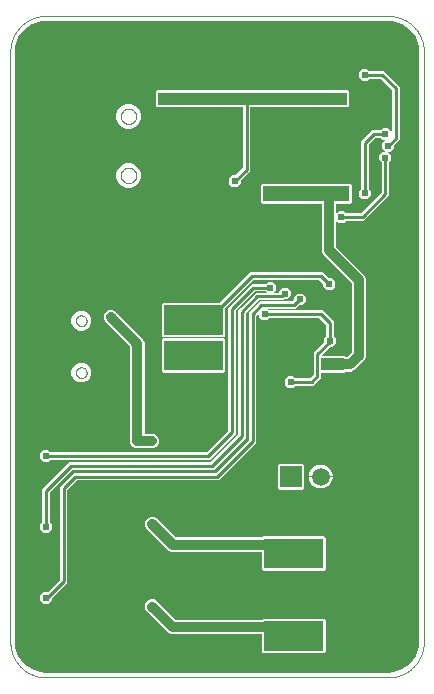
<source format=gbl>
G04 EAGLE Gerber RS-274X export*
G75*
%MOMM*%
%FSLAX35Y35*%
%LPD*%
%INcopper_bottom*%
%IPPOS*%
%AMOC8*
5,1,8,0,0,1.08239X$1,22.5*%
G01*
%ADD10C,0.010000*%
%ADD11C,1.500000*%
%ADD12C,0.609600*%
%ADD13C,0.000000*%
%ADD14C,0.604000*%
%ADD15C,0.250000*%
%ADD16C,0.812800*%

G36*
X-2599975Y12538618D02*
X-2599975Y12538618D01*
X-2599961Y12538602D01*
X-2559147Y12541814D01*
X-2559082Y12541872D01*
X-2559032Y12541837D01*
X-2481399Y12567061D01*
X-2481334Y12567155D01*
X-2481260Y12567132D01*
X-2415222Y12615112D01*
X-2415188Y12615221D01*
X-2415112Y12615222D01*
X-2367132Y12681260D01*
X-2367134Y12681374D01*
X-2367061Y12681399D01*
X-2341837Y12759032D01*
X-2341865Y12759114D01*
X-2341814Y12759147D01*
X-2338602Y12799961D01*
X-2338618Y12799986D01*
X-2338600Y12800000D01*
X-2338600Y17800000D01*
X-2338618Y17800024D01*
X-2338602Y17800039D01*
X-2341814Y17840853D01*
X-2341872Y17840918D01*
X-2341837Y17840968D01*
X-2367061Y17918600D01*
X-2367155Y17918666D01*
X-2367132Y17918739D01*
X-2415112Y17984778D01*
X-2415221Y17984811D01*
X-2415222Y17984888D01*
X-2481260Y18032868D01*
X-2481374Y18032866D01*
X-2481399Y18032938D01*
X-2559032Y18058163D01*
X-2559115Y18058134D01*
X-2559147Y18058186D01*
X-2599961Y18061398D01*
X-2599986Y18061382D01*
X-2600000Y18061399D01*
X-5500000Y18061399D01*
X-5500025Y18061381D01*
X-5500039Y18061398D01*
X-5540853Y18058186D01*
X-5540918Y18058128D01*
X-5540968Y18058163D01*
X-5618600Y18032938D01*
X-5618666Y18032845D01*
X-5618739Y18032868D01*
X-5684778Y17984888D01*
X-5684811Y17984779D01*
X-5684888Y17984778D01*
X-5732868Y17918739D01*
X-5732866Y17918625D01*
X-5732938Y17918600D01*
X-5758163Y17840968D01*
X-5758134Y17840885D01*
X-5758186Y17840853D01*
X-5761398Y17800039D01*
X-5761382Y17800013D01*
X-5761399Y17800000D01*
X-5761399Y12799999D01*
X-5761381Y12799975D01*
X-5761398Y12799960D01*
X-5758186Y12759147D01*
X-5758128Y12759082D01*
X-5758163Y12759032D01*
X-5732938Y12681399D01*
X-5732845Y12681334D01*
X-5732868Y12681260D01*
X-5684888Y12615222D01*
X-5684779Y12615188D01*
X-5684778Y12615112D01*
X-5618739Y12567132D01*
X-5618625Y12567134D01*
X-5618600Y12567061D01*
X-5540968Y12541837D01*
X-5540885Y12541865D01*
X-5540853Y12541814D01*
X-5500039Y12538602D01*
X-5500013Y12538618D01*
X-5500000Y12538600D01*
X-2600000Y12538600D01*
X-2599975Y12538618D01*
G37*
%LPC*%
G36*
X-5520794Y13124799D02*
X-5520794Y13124799D01*
X-5550200Y13154206D01*
X-5550200Y13195794D01*
X-5520794Y13225200D01*
X-5483469Y13225200D01*
X-5483249Y13225366D01*
X-5483116Y13225347D01*
X-5382647Y13325816D01*
X-5382630Y13325934D01*
X-5382575Y13325975D01*
X-5382616Y13326030D01*
X-5382608Y13326088D01*
X-5382500Y13326169D01*
X-5382500Y14113462D01*
X-5263782Y14232180D01*
X-4061759Y14232180D01*
X-4061539Y14232346D01*
X-4061406Y14232327D01*
X-3782647Y14511086D01*
X-3782608Y14511358D01*
X-3782500Y14511439D01*
X-3782500Y15589981D01*
X-3689661Y15682820D01*
X-3413349Y15682820D01*
X-3413129Y15682986D01*
X-3412996Y15682967D01*
X-3400347Y15695616D01*
X-3400308Y15695888D01*
X-3400200Y15695969D01*
X-3400200Y15720794D01*
X-3370794Y15750200D01*
X-3329206Y15750200D01*
X-3299799Y15720794D01*
X-3299799Y15679206D01*
X-3329206Y15649799D01*
X-3354031Y15649799D01*
X-3354251Y15649634D01*
X-3354384Y15649653D01*
X-3386218Y15617819D01*
X-3615620Y15617819D01*
X-3615727Y15617738D01*
X-3615860Y15617758D01*
X-3615879Y15617624D01*
X-3616099Y15617459D01*
X-3615934Y15617239D01*
X-3615973Y15616967D01*
X-3606652Y15607647D01*
X-3606380Y15607608D01*
X-3606299Y15607500D01*
X-3156538Y15607500D01*
X-3062499Y15513462D01*
X-3062499Y15388701D01*
X-3062334Y15388481D01*
X-3062353Y15388348D01*
X-3044799Y15370794D01*
X-3044799Y15329206D01*
X-3074206Y15299799D01*
X-3091531Y15299799D01*
X-3091751Y15299634D01*
X-3091884Y15299653D01*
X-3167353Y15224184D01*
X-3167387Y15223949D01*
X-3167479Y15223879D01*
X-3167463Y15223858D01*
X-3167499Y15223831D01*
X-3167499Y15221000D01*
X-3167139Y15220520D01*
X-3167060Y15220580D01*
X-3167000Y15220500D01*
X-2971508Y15220500D01*
X-2961795Y15210787D01*
X-2961522Y15210748D01*
X-2961442Y15210640D01*
X-2950325Y15210640D01*
X-2950105Y15210806D01*
X-2949972Y15210787D01*
X-2910787Y15249972D01*
X-2910748Y15250244D01*
X-2910640Y15250325D01*
X-2910640Y15839675D01*
X-2910806Y15839895D01*
X-2910787Y15840028D01*
X-3151409Y16080650D01*
X-3160640Y16102937D01*
X-3160640Y16509000D01*
X-3161000Y16509479D01*
X-3161080Y16509420D01*
X-3161140Y16509499D01*
X-3668492Y16509499D01*
X-3680500Y16521508D01*
X-3680500Y16668492D01*
X-3668492Y16680500D01*
X-2921508Y16680500D01*
X-2909499Y16668492D01*
X-2909499Y16521508D01*
X-2921508Y16509499D01*
X-3038860Y16509499D01*
X-3039339Y16509139D01*
X-3039280Y16509060D01*
X-3039359Y16509000D01*
X-3039359Y16432840D01*
X-3039278Y16432733D01*
X-3039298Y16432599D01*
X-3039164Y16432580D01*
X-3038999Y16432361D01*
X-3038779Y16432526D01*
X-3038507Y16432487D01*
X-3020794Y16450200D01*
X-2979206Y16450200D01*
X-2961652Y16432647D01*
X-2961380Y16432608D01*
X-2961299Y16432500D01*
X-2832150Y16432500D01*
X-2831930Y16432666D01*
X-2831797Y16432647D01*
X-2657327Y16607117D01*
X-2657302Y16607293D01*
X-2657200Y16607368D01*
X-2657242Y16607424D01*
X-2657180Y16607470D01*
X-2657180Y16860979D01*
X-2657346Y16861199D01*
X-2657327Y16861332D01*
X-2675200Y16879206D01*
X-2675200Y16920794D01*
X-2645794Y16950200D01*
X-2622400Y16950200D01*
X-2622293Y16950281D01*
X-2622159Y16950262D01*
X-2622140Y16950395D01*
X-2621921Y16950560D01*
X-2622086Y16950780D01*
X-2622047Y16951053D01*
X-2650200Y16979206D01*
X-2650200Y17020794D01*
X-2622047Y17048947D01*
X-2622028Y17049080D01*
X-2621921Y17049161D01*
X-2622001Y17049268D01*
X-2621962Y17049541D01*
X-2622235Y17049579D01*
X-2622400Y17049799D01*
X-2645794Y17049799D01*
X-2663348Y17067353D01*
X-2663601Y17067389D01*
X-2663633Y17067432D01*
X-2663650Y17067432D01*
X-2663701Y17067499D01*
X-2711331Y17067499D01*
X-2711551Y17067334D01*
X-2711684Y17067353D01*
X-2767673Y17011364D01*
X-2767693Y17011222D01*
X-2767799Y17011142D01*
X-2767743Y17011068D01*
X-2767819Y17011011D01*
X-2767819Y16782470D01*
X-2767654Y16782250D01*
X-2767673Y16782117D01*
X-2767499Y16781943D01*
X-2767499Y16638701D01*
X-2767334Y16638481D01*
X-2767353Y16638348D01*
X-2749799Y16620794D01*
X-2749799Y16579206D01*
X-2779206Y16549799D01*
X-2820794Y16549799D01*
X-2850200Y16579206D01*
X-2850200Y16620794D01*
X-2832647Y16638348D01*
X-2832608Y16638620D01*
X-2832500Y16638701D01*
X-2832500Y16754812D01*
X-2832666Y16755032D01*
X-2832647Y16755165D01*
X-2832820Y16755339D01*
X-2832820Y17038142D01*
X-2738462Y17132500D01*
X-2663701Y17132500D01*
X-2663481Y17132666D01*
X-2663348Y17132647D01*
X-2645794Y17150200D01*
X-2604206Y17150200D01*
X-2574799Y17120794D01*
X-2574799Y17079206D01*
X-2602953Y17051053D01*
X-2602972Y17050920D01*
X-2603079Y17050839D01*
X-2602998Y17050732D01*
X-2603038Y17050459D01*
X-2602765Y17050420D01*
X-2602600Y17050200D01*
X-2595969Y17050200D01*
X-2595749Y17050366D01*
X-2595616Y17050347D01*
X-2570147Y17075816D01*
X-2570108Y17076088D01*
X-2570000Y17076169D01*
X-2570000Y17473831D01*
X-2570166Y17474051D01*
X-2570147Y17474184D01*
X-2663316Y17567353D01*
X-2663588Y17567392D01*
X-2663669Y17567499D01*
X-2761299Y17567499D01*
X-2761519Y17567334D01*
X-2761652Y17567353D01*
X-2779206Y17549799D01*
X-2820794Y17549799D01*
X-2850200Y17579206D01*
X-2850200Y17620794D01*
X-2820794Y17650200D01*
X-2779206Y17650200D01*
X-2761652Y17632647D01*
X-2761380Y17632608D01*
X-2761299Y17632500D01*
X-2636538Y17632500D01*
X-2504999Y17500962D01*
X-2504999Y17049038D01*
X-2549653Y17004384D01*
X-2549675Y17004229D01*
X-2549779Y17004151D01*
X-2549729Y17004083D01*
X-2549799Y17004031D01*
X-2549799Y16979206D01*
X-2579206Y16949799D01*
X-2602600Y16949799D01*
X-2602707Y16949719D01*
X-2602840Y16949738D01*
X-2602859Y16949604D01*
X-2603079Y16949439D01*
X-2602914Y16949219D01*
X-2602953Y16948947D01*
X-2574799Y16920794D01*
X-2574799Y16879206D01*
X-2592033Y16861972D01*
X-2592049Y16861859D01*
X-2592089Y16861829D01*
X-2592059Y16861790D01*
X-2592072Y16861700D01*
X-2592179Y16861619D01*
X-2592179Y16580339D01*
X-2805019Y16367499D01*
X-2961299Y16367499D01*
X-2961519Y16367334D01*
X-2961652Y16367353D01*
X-2979206Y16349799D01*
X-3020794Y16349799D01*
X-3038507Y16367513D01*
X-3038640Y16367532D01*
X-3038721Y16367639D01*
X-3038828Y16367558D01*
X-3039101Y16367598D01*
X-3039139Y16367325D01*
X-3039359Y16367160D01*
X-3039359Y16140325D01*
X-3039194Y16140105D01*
X-3039213Y16139972D01*
X-2798591Y15899350D01*
X-2789359Y15877063D01*
X-2789359Y15212937D01*
X-2798591Y15190650D01*
X-2890650Y15098591D01*
X-2912937Y15089359D01*
X-2961442Y15089359D01*
X-2961662Y15089194D01*
X-2961795Y15089213D01*
X-2971508Y15079499D01*
X-3167000Y15079499D01*
X-3167479Y15079139D01*
X-3167442Y15079089D01*
X-3167479Y15079060D01*
X-3167458Y15079031D01*
X-3167499Y15079000D01*
X-3167499Y15036538D01*
X-3236538Y14967499D01*
X-3386299Y14967499D01*
X-3386519Y14967334D01*
X-3386652Y14967353D01*
X-3404206Y14949799D01*
X-3445794Y14949799D01*
X-3475200Y14979206D01*
X-3475200Y15020794D01*
X-3445794Y15050200D01*
X-3404206Y15050200D01*
X-3386652Y15032647D01*
X-3386380Y15032608D01*
X-3386299Y15032500D01*
X-3263669Y15032500D01*
X-3263449Y15032666D01*
X-3263316Y15032647D01*
X-3232647Y15063316D01*
X-3232608Y15063588D01*
X-3232500Y15063669D01*
X-3232500Y15250962D01*
X-3145347Y15338116D01*
X-3145308Y15338388D01*
X-3145200Y15338469D01*
X-3145200Y15370794D01*
X-3127647Y15388348D01*
X-3127608Y15388620D01*
X-3127500Y15388701D01*
X-3127500Y15486331D01*
X-3127666Y15486551D01*
X-3127647Y15486684D01*
X-3183316Y15542353D01*
X-3183588Y15542392D01*
X-3183669Y15542499D01*
X-3606299Y15542499D01*
X-3606519Y15542334D01*
X-3606652Y15542353D01*
X-3624206Y15524799D01*
X-3665794Y15524799D01*
X-3695200Y15554206D01*
X-3695200Y15584150D01*
X-3695281Y15584258D01*
X-3695262Y15584391D01*
X-3695395Y15584410D01*
X-3695560Y15584629D01*
X-3695780Y15584464D01*
X-3696053Y15584503D01*
X-3717353Y15563203D01*
X-3717378Y15563031D01*
X-3717479Y15562955D01*
X-3717436Y15562897D01*
X-3717499Y15562849D01*
X-3717499Y14484308D01*
X-4034628Y14167179D01*
X-5236651Y14167179D01*
X-5236871Y14167014D01*
X-5237004Y14167033D01*
X-5317353Y14086684D01*
X-5317392Y14086411D01*
X-5317499Y14086331D01*
X-5317499Y13299038D01*
X-5449653Y13166884D01*
X-5449692Y13166611D01*
X-5449799Y13166531D01*
X-5449799Y13154206D01*
X-5479206Y13124799D01*
X-5520794Y13124799D01*
G37*
%LPD*%
%LPC*%
G36*
X-5520794Y13724799D02*
X-5520794Y13724799D01*
X-5550200Y13754206D01*
X-5550200Y13795794D01*
X-5532647Y13813348D01*
X-5532608Y13813620D01*
X-5532500Y13813701D01*
X-5532500Y14088462D01*
X-5301282Y14319680D01*
X-4107470Y14319680D01*
X-4107250Y14319846D01*
X-4107117Y14319827D01*
X-3870147Y14556797D01*
X-3870131Y14556909D01*
X-3870096Y14556935D01*
X-3870122Y14556969D01*
X-3870108Y14557070D01*
X-3870000Y14557150D01*
X-3870000Y15610692D01*
X-3850816Y15629877D01*
X-3722872Y15757820D01*
X-3630020Y15757820D01*
X-3629913Y15757901D01*
X-3629779Y15757882D01*
X-3629760Y15758015D01*
X-3629541Y15758180D01*
X-3629706Y15758400D01*
X-3629667Y15758673D01*
X-3638668Y15767673D01*
X-3638940Y15767712D01*
X-3639021Y15767819D01*
X-3728952Y15767819D01*
X-3729172Y15767654D01*
X-3729305Y15767673D01*
X-3892353Y15604625D01*
X-3892373Y15604482D01*
X-3892479Y15604403D01*
X-3892424Y15604329D01*
X-3892499Y15604272D01*
X-3892499Y14561538D01*
X-4111858Y14342179D01*
X-5461619Y14342179D01*
X-5461839Y14342014D01*
X-5461973Y14342033D01*
X-5479206Y14324799D01*
X-5520794Y14324799D01*
X-5550200Y14354206D01*
X-5550200Y14395794D01*
X-5520794Y14425200D01*
X-5479206Y14425200D01*
X-5461333Y14407327D01*
X-5461082Y14407291D01*
X-5461060Y14407262D01*
X-5461040Y14407262D01*
X-5460979Y14407180D01*
X-4138989Y14407180D01*
X-4138769Y14407346D01*
X-4138636Y14407327D01*
X-3957647Y14588316D01*
X-3957608Y14588588D01*
X-3957500Y14588669D01*
X-3957500Y15631403D01*
X-3756083Y15832820D01*
X-3638381Y15832820D01*
X-3638161Y15832986D01*
X-3638028Y15832967D01*
X-3620794Y15850200D01*
X-3579206Y15850200D01*
X-3549799Y15820794D01*
X-3549799Y15779206D01*
X-3570333Y15758673D01*
X-3570352Y15758540D01*
X-3570459Y15758459D01*
X-3570378Y15758352D01*
X-3570418Y15758079D01*
X-3570145Y15758040D01*
X-3569980Y15757820D01*
X-3525700Y15757820D01*
X-3525220Y15758180D01*
X-3525280Y15758260D01*
X-3525200Y15758320D01*
X-3525200Y15770794D01*
X-3495794Y15800200D01*
X-3454206Y15800200D01*
X-3424799Y15770794D01*
X-3424799Y15729206D01*
X-3454206Y15699799D01*
X-3479031Y15699799D01*
X-3479251Y15699634D01*
X-3479384Y15699653D01*
X-3486218Y15692819D01*
X-3695741Y15692819D01*
X-3695961Y15692654D01*
X-3696094Y15692673D01*
X-3804853Y15583914D01*
X-3804892Y15583642D01*
X-3804999Y15583561D01*
X-3804999Y14530019D01*
X-4061154Y14273864D01*
X-4080339Y14254679D01*
X-5274151Y14254679D01*
X-5274371Y14254514D01*
X-5274504Y14254533D01*
X-5467353Y14061684D01*
X-5467392Y14061411D01*
X-5467499Y14061331D01*
X-5467499Y13813701D01*
X-5467334Y13813481D01*
X-5467353Y13813348D01*
X-5449799Y13795794D01*
X-5449799Y13754206D01*
X-5479206Y13724799D01*
X-5520794Y13724799D01*
G37*
%LPD*%
%LPC*%
G36*
X-3658492Y12704499D02*
X-3658492Y12704499D01*
X-3670500Y12716508D01*
X-3670500Y12863860D01*
X-3670860Y12864339D01*
X-3670940Y12864280D01*
X-3671000Y12864359D01*
X-4437063Y12864359D01*
X-4459350Y12873591D01*
X-4651409Y13065650D01*
X-4660640Y13087937D01*
X-4660640Y13112063D01*
X-4651409Y13134350D01*
X-4634350Y13151409D01*
X-4612063Y13160640D01*
X-4587937Y13160640D01*
X-4565650Y13151409D01*
X-4400028Y12985787D01*
X-4399755Y12985748D01*
X-4399675Y12985640D01*
X-3668558Y12985640D01*
X-3668338Y12985806D01*
X-3668205Y12985787D01*
X-3658492Y12995500D01*
X-3141508Y12995500D01*
X-3129499Y12983492D01*
X-3129499Y12716508D01*
X-3141508Y12704499D01*
X-3658492Y12704499D01*
G37*
%LPD*%
%LPC*%
G36*
X-3658492Y13404499D02*
X-3658492Y13404499D01*
X-3670500Y13416508D01*
X-3670500Y13563860D01*
X-3670860Y13564339D01*
X-3670940Y13564280D01*
X-3671000Y13564359D01*
X-4437063Y13564359D01*
X-4459350Y13573591D01*
X-4651409Y13765650D01*
X-4660640Y13787937D01*
X-4660640Y13812063D01*
X-4651409Y13834350D01*
X-4634350Y13851409D01*
X-4612063Y13860640D01*
X-4587937Y13860640D01*
X-4565650Y13851409D01*
X-4400028Y13685787D01*
X-4399762Y13685749D01*
X-4399699Y13685665D01*
X-4399693Y13685665D01*
X-4399675Y13685640D01*
X-3668558Y13685640D01*
X-3668338Y13685806D01*
X-3668205Y13685787D01*
X-3658492Y13695500D01*
X-3141508Y13695500D01*
X-3129499Y13683492D01*
X-3129499Y13416508D01*
X-3141508Y13404499D01*
X-3658492Y13404499D01*
G37*
%LPD*%
%LPC*%
G36*
X-3920794Y16649799D02*
X-3920794Y16649799D01*
X-3950200Y16679206D01*
X-3950200Y16720794D01*
X-3920794Y16750200D01*
X-3895969Y16750200D01*
X-3895749Y16750366D01*
X-3895616Y16750347D01*
X-3832647Y16813316D01*
X-3832615Y16813539D01*
X-3832520Y16813610D01*
X-3832541Y16813638D01*
X-3832500Y16813669D01*
X-3832500Y17329000D01*
X-3832860Y17329479D01*
X-3832940Y17329420D01*
X-3833000Y17329499D01*
X-4558492Y17329499D01*
X-4570500Y17341508D01*
X-4570500Y17458492D01*
X-4558492Y17470500D01*
X-2941508Y17470500D01*
X-2929499Y17458492D01*
X-2929499Y17341508D01*
X-2941508Y17329499D01*
X-3767000Y17329499D01*
X-3767479Y17329139D01*
X-3767420Y17329060D01*
X-3767499Y17329000D01*
X-3767499Y16786538D01*
X-3849653Y16704384D01*
X-3849692Y16704112D01*
X-3849799Y16704031D01*
X-3849799Y16679206D01*
X-3879206Y16649799D01*
X-3920794Y16649799D01*
G37*
%LPD*%
%LPC*%
G36*
X-4508492Y15379499D02*
X-4508492Y15379499D01*
X-4520500Y15391508D01*
X-4520500Y15658492D01*
X-4508492Y15670500D01*
X-4030669Y15670500D01*
X-4030449Y15670666D01*
X-4030316Y15670647D01*
X-3768462Y15932500D01*
X-3156538Y15932500D01*
X-3104384Y15880347D01*
X-3104111Y15880308D01*
X-3104031Y15880200D01*
X-3079206Y15880200D01*
X-3049799Y15850794D01*
X-3049799Y15809206D01*
X-3079206Y15779799D01*
X-3120794Y15779799D01*
X-3150200Y15809206D01*
X-3150200Y15834031D01*
X-3150366Y15834251D01*
X-3150347Y15834384D01*
X-3183316Y15867353D01*
X-3183570Y15867389D01*
X-3183604Y15867434D01*
X-3183620Y15867434D01*
X-3183669Y15867499D01*
X-3741331Y15867499D01*
X-3741551Y15867334D01*
X-3741684Y15867353D01*
X-3979353Y15629684D01*
X-3979388Y15629440D01*
X-3979479Y15629372D01*
X-3979467Y15629355D01*
X-3979499Y15629331D01*
X-3979499Y15391508D01*
X-3991508Y15379499D01*
X-4508492Y15379499D01*
G37*
%LPD*%
%LPC*%
G36*
X-4737063Y14439359D02*
X-4737063Y14439359D01*
X-4759350Y14448591D01*
X-4776409Y14465650D01*
X-4785640Y14487937D01*
X-4785640Y15299675D01*
X-4785806Y15299895D01*
X-4785787Y15300028D01*
X-5001409Y15515650D01*
X-5010640Y15537937D01*
X-5010640Y15562063D01*
X-5001409Y15584350D01*
X-4984350Y15601409D01*
X-4962063Y15610640D01*
X-4937937Y15610640D01*
X-4915650Y15601409D01*
X-4673591Y15359350D01*
X-4664359Y15337063D01*
X-4664359Y14561140D01*
X-4663999Y14560660D01*
X-4663920Y14560720D01*
X-4663860Y14560640D01*
X-4587937Y14560640D01*
X-4565650Y14551409D01*
X-4548591Y14534350D01*
X-4539359Y14512063D01*
X-4539359Y14487937D01*
X-4548591Y14465650D01*
X-4565650Y14448591D01*
X-4587937Y14439359D01*
X-4737063Y14439359D01*
G37*
%LPD*%
G36*
X-3921480Y17349666D02*
X-3921480Y17349666D01*
X-3921347Y17349647D01*
X-3920794Y17350200D01*
X-3879206Y17350200D01*
X-3878653Y17349647D01*
X-3878380Y17349608D01*
X-3878299Y17349501D01*
X-2950000Y17349501D01*
X-2949521Y17349861D01*
X-2949580Y17349940D01*
X-2949501Y17350000D01*
X-2949501Y17450000D01*
X-2949861Y17450479D01*
X-2949940Y17450420D01*
X-2950000Y17450499D01*
X-4550000Y17450499D01*
X-4550479Y17450139D01*
X-4550420Y17450060D01*
X-4550499Y17450000D01*
X-4550499Y17350000D01*
X-4550139Y17349521D01*
X-4550060Y17349580D01*
X-4550000Y17349501D01*
X-3921700Y17349501D01*
X-3921480Y17349666D01*
G37*
%LPC*%
G36*
X-4508492Y15079499D02*
X-4508492Y15079499D01*
X-4520500Y15091508D01*
X-4520500Y15358492D01*
X-4508492Y15370500D01*
X-3991508Y15370500D01*
X-3979499Y15358492D01*
X-3979499Y15091508D01*
X-3991508Y15079499D01*
X-4508492Y15079499D01*
G37*
%LPD*%
G36*
X-3999521Y15399861D02*
X-3999521Y15399861D01*
X-3999580Y15399940D01*
X-3999501Y15400000D01*
X-3999501Y15650000D01*
X-3999861Y15650479D01*
X-3999940Y15650420D01*
X-4000000Y15650499D01*
X-4500000Y15650499D01*
X-4500479Y15650139D01*
X-4500420Y15650060D01*
X-4500499Y15650000D01*
X-4500499Y15400000D01*
X-4500139Y15399521D01*
X-4500060Y15399580D01*
X-4500000Y15399501D01*
X-4000000Y15399501D01*
X-3999521Y15399861D01*
G37*
G36*
X-3999521Y15099861D02*
X-3999521Y15099861D01*
X-3999580Y15099940D01*
X-3999501Y15100000D01*
X-3999501Y15350000D01*
X-3999861Y15350479D01*
X-3999940Y15350420D01*
X-4000000Y15350499D01*
X-4500000Y15350499D01*
X-4500479Y15350139D01*
X-4500420Y15350060D01*
X-4500499Y15350000D01*
X-4500499Y15100000D01*
X-4500139Y15099521D01*
X-4500060Y15099580D01*
X-4500000Y15099501D01*
X-4000000Y15099501D01*
X-3999521Y15099861D01*
G37*
G36*
X-3149521Y13424861D02*
X-3149521Y13424861D01*
X-3149580Y13424940D01*
X-3149501Y13425000D01*
X-3149501Y13675000D01*
X-3149861Y13675479D01*
X-3149940Y13675420D01*
X-3150000Y13675499D01*
X-3650000Y13675499D01*
X-3650479Y13675139D01*
X-3650420Y13675060D01*
X-3650499Y13675000D01*
X-3650499Y13425000D01*
X-3650139Y13424521D01*
X-3650060Y13424580D01*
X-3650000Y13424501D01*
X-3150000Y13424501D01*
X-3149521Y13424861D01*
G37*
G36*
X-3149521Y12724861D02*
X-3149521Y12724861D01*
X-3149580Y12724940D01*
X-3149501Y12725000D01*
X-3149501Y12975000D01*
X-3149861Y12975479D01*
X-3149940Y12975420D01*
X-3150000Y12975499D01*
X-3650000Y12975499D01*
X-3650479Y12975139D01*
X-3650420Y12975060D01*
X-3650499Y12975000D01*
X-3650499Y12725000D01*
X-3650139Y12724521D01*
X-3650060Y12724580D01*
X-3650000Y12724501D01*
X-3150000Y12724501D01*
X-3149521Y12724861D01*
G37*
G36*
X-2929521Y16529861D02*
X-2929521Y16529861D01*
X-2929580Y16529940D01*
X-2929501Y16530000D01*
X-2929501Y16660000D01*
X-2929861Y16660479D01*
X-2929940Y16660420D01*
X-2930000Y16660499D01*
X-3660000Y16660499D01*
X-3660479Y16660139D01*
X-3660420Y16660060D01*
X-3660499Y16660000D01*
X-3660499Y16530000D01*
X-3660139Y16529521D01*
X-3660060Y16529580D01*
X-3660000Y16529501D01*
X-2930000Y16529501D01*
X-2929521Y16529861D01*
G37*
%LPC*%
G36*
X-3523492Y14089499D02*
X-3523492Y14089499D01*
X-3535500Y14101508D01*
X-3535500Y14298492D01*
X-3523492Y14310500D01*
X-3326508Y14310500D01*
X-3314499Y14298492D01*
X-3314499Y14101508D01*
X-3326508Y14089499D01*
X-3523492Y14089499D01*
G37*
%LPD*%
%LPC*%
G36*
X-4820508Y17146899D02*
X-4820508Y17146899D01*
X-4858401Y17162595D01*
X-4887404Y17191598D01*
X-4903100Y17229492D01*
X-4903100Y17270508D01*
X-4887404Y17308401D01*
X-4858401Y17337404D01*
X-4820508Y17353100D01*
X-4779492Y17353100D01*
X-4741598Y17337404D01*
X-4712595Y17308401D01*
X-4696899Y17270508D01*
X-4696899Y17229492D01*
X-4712595Y17191598D01*
X-4741598Y17162595D01*
X-4779492Y17146899D01*
X-4820508Y17146899D01*
G37*
%LPD*%
%LPC*%
G36*
X-4820508Y16646899D02*
X-4820508Y16646899D01*
X-4858401Y16662595D01*
X-4887404Y16691598D01*
X-4903100Y16729492D01*
X-4903100Y16770508D01*
X-4887404Y16808401D01*
X-4858401Y16837404D01*
X-4820508Y16853100D01*
X-4779492Y16853100D01*
X-4741598Y16837404D01*
X-4712595Y16808401D01*
X-4696899Y16770508D01*
X-4696899Y16729492D01*
X-4712595Y16691598D01*
X-4741598Y16662595D01*
X-4779492Y16646899D01*
X-4820508Y16646899D01*
G37*
%LPD*%
G36*
X-3334521Y14109861D02*
X-3334521Y14109861D01*
X-3334580Y14109940D01*
X-3334501Y14110000D01*
X-3334501Y14290000D01*
X-3334861Y14290479D01*
X-3334940Y14290420D01*
X-3335000Y14290499D01*
X-3515000Y14290499D01*
X-3515479Y14290139D01*
X-3515420Y14290060D01*
X-3515499Y14290000D01*
X-3515499Y14110000D01*
X-3515139Y14109521D01*
X-3515060Y14109580D01*
X-3515000Y14109501D01*
X-3335000Y14109501D01*
X-3334521Y14109861D01*
G37*
%LPC*%
G36*
X-5216530Y15436899D02*
X-5216530Y15436899D01*
X-5247072Y15449550D01*
X-5270449Y15472928D01*
X-5283100Y15503470D01*
X-5283100Y15536530D01*
X-5270449Y15567072D01*
X-5247072Y15590449D01*
X-5216530Y15603100D01*
X-5183470Y15603100D01*
X-5152928Y15590449D01*
X-5129550Y15567072D01*
X-5116899Y15536530D01*
X-5116899Y15503470D01*
X-5129550Y15472928D01*
X-5152928Y15449550D01*
X-5183470Y15436899D01*
X-5216530Y15436899D01*
G37*
%LPD*%
%LPC*%
G36*
X-5216530Y14996899D02*
X-5216530Y14996899D01*
X-5247072Y15009550D01*
X-5270449Y15032928D01*
X-5283100Y15063470D01*
X-5283100Y15096530D01*
X-5270449Y15127072D01*
X-5247072Y15150449D01*
X-5216530Y15163100D01*
X-5183470Y15163100D01*
X-5152928Y15150449D01*
X-5129550Y15127072D01*
X-5116899Y15096530D01*
X-5116899Y15063470D01*
X-5129550Y15032928D01*
X-5152928Y15009550D01*
X-5183470Y14996899D01*
X-5216530Y14996899D01*
G37*
%LPD*%
G36*
X-2979521Y15099861D02*
X-2979521Y15099861D01*
X-2979580Y15099940D01*
X-2979501Y15100000D01*
X-2979501Y15200000D01*
X-2979861Y15200479D01*
X-2979940Y15200420D01*
X-2980000Y15200499D01*
X-3167000Y15200499D01*
X-3167479Y15200139D01*
X-3167420Y15200060D01*
X-3167499Y15200000D01*
X-3167499Y15100000D01*
X-3167139Y15099521D01*
X-3167060Y15099580D01*
X-3167000Y15099501D01*
X-2980000Y15099501D01*
X-2979521Y15099861D01*
G37*
%LPC*%
G36*
X-3273400Y14200999D02*
X-3273400Y14200999D01*
X-3273400Y14209889D01*
X-3269542Y14229286D01*
X-3261974Y14247557D01*
X-3250986Y14264002D01*
X-3237002Y14277986D01*
X-3220557Y14288974D01*
X-3202286Y14296542D01*
X-3182889Y14300400D01*
X-3173999Y14300400D01*
X-3173999Y14200999D01*
X-3273400Y14200999D01*
G37*
%LPD*%
%LPC*%
G36*
X-3172001Y14200999D02*
X-3172001Y14200999D01*
X-3172001Y14300400D01*
X-3163111Y14300400D01*
X-3143714Y14296542D01*
X-3125443Y14288974D01*
X-3108998Y14277986D01*
X-3095014Y14264002D01*
X-3084026Y14247557D01*
X-3076458Y14229286D01*
X-3072599Y14209889D01*
X-3072599Y14200999D01*
X-3172001Y14200999D01*
G37*
%LPD*%
%LPC*%
G36*
X-3182889Y14099599D02*
X-3182889Y14099599D01*
X-3202286Y14103458D01*
X-3220557Y14111026D01*
X-3237002Y14122014D01*
X-3250986Y14135998D01*
X-3261974Y14152443D01*
X-3269542Y14170714D01*
X-3273400Y14190111D01*
X-3273400Y14199001D01*
X-3173999Y14199001D01*
X-3173999Y14099599D01*
X-3182889Y14099599D01*
G37*
%LPD*%
%LPC*%
G36*
X-3172001Y14099599D02*
X-3172001Y14099599D01*
X-3172001Y14199001D01*
X-3072599Y14199001D01*
X-3072599Y14190111D01*
X-3076458Y14170714D01*
X-3084026Y14152443D01*
X-3095014Y14135998D01*
X-3108998Y14122014D01*
X-3125443Y14111026D01*
X-3143714Y14103458D01*
X-3163111Y14099599D01*
X-3172001Y14099599D01*
G37*
%LPD*%
%LPC*%
G36*
X-3173002Y14199998D02*
X-3173002Y14199998D01*
X-3173002Y14200002D01*
X-3172998Y14200002D01*
X-3172998Y14199998D01*
X-3173002Y14199998D01*
G37*
%LPD*%
D10*
X-2300000Y17800000D02*
X-2300000Y12800000D01*
X-2300088Y12792751D01*
X-2300350Y12785506D01*
X-2300788Y12778270D01*
X-2301401Y12771046D01*
X-2302187Y12763839D01*
X-2303148Y12756653D01*
X-2304282Y12749493D01*
X-2305589Y12742362D01*
X-2307068Y12735265D01*
X-2308717Y12728205D01*
X-2310537Y12721188D01*
X-2312526Y12714216D01*
X-2314683Y12707295D01*
X-2317006Y12700428D01*
X-2319495Y12693619D01*
X-2322148Y12686872D01*
X-2324962Y12680191D01*
X-2327938Y12673580D01*
X-2331072Y12667043D01*
X-2334363Y12660583D01*
X-2337810Y12654205D01*
X-2341409Y12647912D01*
X-2345160Y12641708D01*
X-2349059Y12635596D01*
X-2353105Y12629581D01*
X-2357295Y12623664D01*
X-2361627Y12617851D01*
X-2366098Y12612144D01*
X-2370705Y12606547D01*
X-2375447Y12601063D01*
X-2380319Y12595695D01*
X-2385320Y12590447D01*
X-2390447Y12585320D01*
X-2395695Y12580319D01*
X-2401063Y12575447D01*
X-2406547Y12570705D01*
X-2412144Y12566098D01*
X-2417851Y12561627D01*
X-2423664Y12557295D01*
X-2429581Y12553105D01*
X-2435596Y12549059D01*
X-2441708Y12545160D01*
X-2447912Y12541409D01*
X-2454205Y12537810D01*
X-2460583Y12534363D01*
X-2467043Y12531072D01*
X-2473580Y12527938D01*
X-2480191Y12524962D01*
X-2486872Y12522148D01*
X-2493619Y12519495D01*
X-2500428Y12517006D01*
X-2507295Y12514683D01*
X-2514216Y12512526D01*
X-2521188Y12510537D01*
X-2528205Y12508717D01*
X-2535265Y12507068D01*
X-2542362Y12505589D01*
X-2549493Y12504282D01*
X-2556653Y12503148D01*
X-2563839Y12502187D01*
X-2571046Y12501401D01*
X-2578270Y12500788D01*
X-2585506Y12500350D01*
X-2592751Y12500088D01*
X-2600000Y12500000D01*
X-5500000Y12500000D01*
X-5507249Y12500088D01*
X-5514494Y12500350D01*
X-5521730Y12500788D01*
X-5528954Y12501401D01*
X-5536161Y12502187D01*
X-5543347Y12503148D01*
X-5550507Y12504282D01*
X-5557638Y12505589D01*
X-5564735Y12507068D01*
X-5571795Y12508717D01*
X-5578812Y12510537D01*
X-5585784Y12512526D01*
X-5592705Y12514683D01*
X-5599572Y12517006D01*
X-5606381Y12519495D01*
X-5613128Y12522148D01*
X-5619809Y12524962D01*
X-5626420Y12527938D01*
X-5632957Y12531072D01*
X-5639417Y12534363D01*
X-5645795Y12537810D01*
X-5652088Y12541409D01*
X-5658292Y12545160D01*
X-5664404Y12549059D01*
X-5670419Y12553105D01*
X-5676336Y12557295D01*
X-5682149Y12561627D01*
X-5687856Y12566098D01*
X-5693453Y12570705D01*
X-5698937Y12575447D01*
X-5704305Y12580319D01*
X-5709553Y12585320D01*
X-5714680Y12590447D01*
X-5719681Y12595695D01*
X-5724553Y12601063D01*
X-5729295Y12606547D01*
X-5733902Y12612144D01*
X-5738373Y12617851D01*
X-5742705Y12623664D01*
X-5746895Y12629581D01*
X-5750941Y12635596D01*
X-5754840Y12641708D01*
X-5758591Y12647912D01*
X-5762190Y12654205D01*
X-5765637Y12660583D01*
X-5768928Y12667043D01*
X-5772062Y12673580D01*
X-5775038Y12680191D01*
X-5777852Y12686872D01*
X-5780505Y12693619D01*
X-5782994Y12700428D01*
X-5785317Y12707295D01*
X-5787474Y12714216D01*
X-5789463Y12721188D01*
X-5791283Y12728205D01*
X-5792932Y12735265D01*
X-5794411Y12742362D01*
X-5795718Y12749493D01*
X-5796852Y12756653D01*
X-5797813Y12763839D01*
X-5798599Y12771046D01*
X-5799212Y12778270D01*
X-5799650Y12785506D01*
X-5799912Y12792751D01*
X-5800000Y12800000D01*
X-5800000Y17800000D01*
X-5799912Y17807249D01*
X-5799650Y17814494D01*
X-5799212Y17821730D01*
X-5798599Y17828954D01*
X-5797813Y17836161D01*
X-5796852Y17843347D01*
X-5795718Y17850507D01*
X-5794411Y17857638D01*
X-5792932Y17864735D01*
X-5791283Y17871795D01*
X-5789463Y17878812D01*
X-5787474Y17885784D01*
X-5785317Y17892705D01*
X-5782994Y17899572D01*
X-5780505Y17906381D01*
X-5777852Y17913128D01*
X-5775038Y17919809D01*
X-5772062Y17926420D01*
X-5768928Y17932957D01*
X-5765637Y17939417D01*
X-5762190Y17945795D01*
X-5758591Y17952088D01*
X-5754840Y17958292D01*
X-5750941Y17964404D01*
X-5746895Y17970419D01*
X-5742705Y17976336D01*
X-5738373Y17982149D01*
X-5733902Y17987856D01*
X-5729295Y17993453D01*
X-5724553Y17998937D01*
X-5719681Y18004305D01*
X-5714680Y18009553D01*
X-5709553Y18014680D01*
X-5704305Y18019681D01*
X-5698937Y18024553D01*
X-5693453Y18029295D01*
X-5687856Y18033902D01*
X-5682149Y18038373D01*
X-5676336Y18042705D01*
X-5670419Y18046895D01*
X-5664404Y18050941D01*
X-5658292Y18054840D01*
X-5652088Y18058591D01*
X-5645795Y18062190D01*
X-5639417Y18065637D01*
X-5632957Y18068928D01*
X-5626420Y18072062D01*
X-5619809Y18075038D01*
X-5613128Y18077852D01*
X-5606381Y18080505D01*
X-5599572Y18082994D01*
X-5592705Y18085317D01*
X-5585784Y18087474D01*
X-5578812Y18089463D01*
X-5571795Y18091283D01*
X-5564735Y18092932D01*
X-5557638Y18094411D01*
X-5550507Y18095718D01*
X-5543347Y18096852D01*
X-5536161Y18097813D01*
X-5528954Y18098599D01*
X-5521730Y18099212D01*
X-5514494Y18099650D01*
X-5507249Y18099912D01*
X-5500000Y18100000D01*
X-2600000Y18100000D01*
X-2592751Y18099912D01*
X-2585506Y18099650D01*
X-2578270Y18099212D01*
X-2571046Y18098599D01*
X-2563839Y18097813D01*
X-2556653Y18096852D01*
X-2549493Y18095718D01*
X-2542362Y18094411D01*
X-2535265Y18092932D01*
X-2528205Y18091283D01*
X-2521188Y18089463D01*
X-2514216Y18087474D01*
X-2507295Y18085317D01*
X-2500428Y18082994D01*
X-2493619Y18080505D01*
X-2486872Y18077852D01*
X-2480191Y18075038D01*
X-2473580Y18072062D01*
X-2467043Y18068928D01*
X-2460583Y18065637D01*
X-2454205Y18062190D01*
X-2447912Y18058591D01*
X-2441708Y18054840D01*
X-2435596Y18050941D01*
X-2429581Y18046895D01*
X-2423664Y18042705D01*
X-2417851Y18038373D01*
X-2412144Y18033902D01*
X-2406547Y18029295D01*
X-2401063Y18024553D01*
X-2395695Y18019681D01*
X-2390447Y18014680D01*
X-2385320Y18009553D01*
X-2380319Y18004305D01*
X-2375447Y17998937D01*
X-2370705Y17993453D01*
X-2366098Y17987856D01*
X-2361627Y17982149D01*
X-2357295Y17976336D01*
X-2353105Y17970419D01*
X-2349059Y17964404D01*
X-2345160Y17958292D01*
X-2341409Y17952088D01*
X-2337810Y17945795D01*
X-2334363Y17939417D01*
X-2331072Y17932957D01*
X-2327938Y17926420D01*
X-2324962Y17919809D01*
X-2322148Y17913128D01*
X-2319495Y17906381D01*
X-2317006Y17899572D01*
X-2314683Y17892705D01*
X-2312526Y17885784D01*
X-2310537Y17878812D01*
X-2308717Y17871795D01*
X-2307068Y17864735D01*
X-2305589Y17857638D01*
X-2304282Y17850507D01*
X-2303148Y17843347D01*
X-2302187Y17836161D01*
X-2301401Y17828954D01*
X-2300788Y17821730D01*
X-2300350Y17814494D01*
X-2300088Y17807249D01*
X-2300000Y17800000D01*
D11*
X-3427000Y14200000D03*
X-3173000Y14200000D03*
D12*
X-3375000Y15250000D03*
X-3475000Y15250000D03*
X-3475000Y15350000D03*
X-3375000Y15350000D03*
D13*
X-5245000Y15080000D02*
X-5244986Y15081104D01*
X-5244946Y15082208D01*
X-5244878Y15083310D01*
X-5244783Y15084411D01*
X-5244662Y15085508D01*
X-5244513Y15086603D01*
X-5244337Y15087693D01*
X-5244135Y15088779D01*
X-5243907Y15089860D01*
X-5243651Y15090934D01*
X-5243370Y15092002D01*
X-5243062Y15093063D01*
X-5242729Y15094116D01*
X-5242369Y15095160D01*
X-5241985Y15096195D01*
X-5241575Y15097221D01*
X-5241139Y15098236D01*
X-5240680Y15099240D01*
X-5240195Y15100233D01*
X-5239686Y15101213D01*
X-5239154Y15102180D01*
X-5238598Y15103135D01*
X-5238018Y15104075D01*
X-5237416Y15105001D01*
X-5236791Y15105911D01*
X-5236144Y15106806D01*
X-5235476Y15107685D01*
X-5234785Y15108548D01*
X-5234074Y15109393D01*
X-5233343Y15110220D01*
X-5232591Y15111029D01*
X-5231820Y15111820D01*
X-5231029Y15112591D01*
X-5230220Y15113343D01*
X-5229393Y15114074D01*
X-5228548Y15114785D01*
X-5227685Y15115476D01*
X-5226806Y15116144D01*
X-5225911Y15116791D01*
X-5225001Y15117416D01*
X-5224075Y15118018D01*
X-5223135Y15118598D01*
X-5222180Y15119154D01*
X-5221213Y15119686D01*
X-5220233Y15120195D01*
X-5219240Y15120680D01*
X-5218236Y15121139D01*
X-5217221Y15121575D01*
X-5216195Y15121985D01*
X-5215160Y15122369D01*
X-5214116Y15122729D01*
X-5213063Y15123062D01*
X-5212002Y15123370D01*
X-5210934Y15123651D01*
X-5209860Y15123907D01*
X-5208779Y15124135D01*
X-5207693Y15124337D01*
X-5206603Y15124513D01*
X-5205508Y15124662D01*
X-5204411Y15124783D01*
X-5203310Y15124878D01*
X-5202208Y15124946D01*
X-5201104Y15124986D01*
X-5200000Y15125000D01*
X-5198896Y15124986D01*
X-5197792Y15124946D01*
X-5196690Y15124878D01*
X-5195589Y15124783D01*
X-5194492Y15124662D01*
X-5193397Y15124513D01*
X-5192307Y15124337D01*
X-5191221Y15124135D01*
X-5190140Y15123907D01*
X-5189066Y15123651D01*
X-5187998Y15123370D01*
X-5186937Y15123062D01*
X-5185884Y15122729D01*
X-5184840Y15122369D01*
X-5183805Y15121985D01*
X-5182779Y15121575D01*
X-5181764Y15121139D01*
X-5180760Y15120680D01*
X-5179767Y15120195D01*
X-5178787Y15119686D01*
X-5177820Y15119154D01*
X-5176865Y15118598D01*
X-5175925Y15118018D01*
X-5174999Y15117416D01*
X-5174089Y15116791D01*
X-5173194Y15116144D01*
X-5172315Y15115476D01*
X-5171452Y15114785D01*
X-5170607Y15114074D01*
X-5169780Y15113343D01*
X-5168971Y15112591D01*
X-5168180Y15111820D01*
X-5167409Y15111029D01*
X-5166657Y15110220D01*
X-5165926Y15109393D01*
X-5165215Y15108548D01*
X-5164524Y15107685D01*
X-5163856Y15106806D01*
X-5163209Y15105911D01*
X-5162584Y15105001D01*
X-5161982Y15104075D01*
X-5161402Y15103135D01*
X-5160846Y15102180D01*
X-5160314Y15101213D01*
X-5159805Y15100233D01*
X-5159320Y15099240D01*
X-5158861Y15098236D01*
X-5158425Y15097221D01*
X-5158015Y15096195D01*
X-5157631Y15095160D01*
X-5157271Y15094116D01*
X-5156938Y15093063D01*
X-5156630Y15092002D01*
X-5156349Y15090934D01*
X-5156093Y15089860D01*
X-5155865Y15088779D01*
X-5155663Y15087693D01*
X-5155487Y15086603D01*
X-5155338Y15085508D01*
X-5155217Y15084411D01*
X-5155122Y15083310D01*
X-5155054Y15082208D01*
X-5155014Y15081104D01*
X-5155000Y15080000D01*
X-5155014Y15078896D01*
X-5155054Y15077792D01*
X-5155122Y15076690D01*
X-5155217Y15075589D01*
X-5155338Y15074492D01*
X-5155487Y15073397D01*
X-5155663Y15072307D01*
X-5155865Y15071221D01*
X-5156093Y15070140D01*
X-5156349Y15069066D01*
X-5156630Y15067998D01*
X-5156938Y15066937D01*
X-5157271Y15065884D01*
X-5157631Y15064840D01*
X-5158015Y15063805D01*
X-5158425Y15062779D01*
X-5158861Y15061764D01*
X-5159320Y15060760D01*
X-5159805Y15059767D01*
X-5160314Y15058787D01*
X-5160846Y15057820D01*
X-5161402Y15056865D01*
X-5161982Y15055925D01*
X-5162584Y15054999D01*
X-5163209Y15054089D01*
X-5163856Y15053194D01*
X-5164524Y15052315D01*
X-5165215Y15051452D01*
X-5165926Y15050607D01*
X-5166657Y15049780D01*
X-5167409Y15048971D01*
X-5168180Y15048180D01*
X-5168971Y15047409D01*
X-5169780Y15046657D01*
X-5170607Y15045926D01*
X-5171452Y15045215D01*
X-5172315Y15044524D01*
X-5173194Y15043856D01*
X-5174089Y15043209D01*
X-5174999Y15042584D01*
X-5175925Y15041982D01*
X-5176865Y15041402D01*
X-5177820Y15040846D01*
X-5178787Y15040314D01*
X-5179767Y15039805D01*
X-5180760Y15039320D01*
X-5181764Y15038861D01*
X-5182779Y15038425D01*
X-5183805Y15038015D01*
X-5184840Y15037631D01*
X-5185884Y15037271D01*
X-5186937Y15036938D01*
X-5187998Y15036630D01*
X-5189066Y15036349D01*
X-5190140Y15036093D01*
X-5191221Y15035865D01*
X-5192307Y15035663D01*
X-5193397Y15035487D01*
X-5194492Y15035338D01*
X-5195589Y15035217D01*
X-5196690Y15035122D01*
X-5197792Y15035054D01*
X-5198896Y15035014D01*
X-5200000Y15035000D01*
X-5201104Y15035014D01*
X-5202208Y15035054D01*
X-5203310Y15035122D01*
X-5204411Y15035217D01*
X-5205508Y15035338D01*
X-5206603Y15035487D01*
X-5207693Y15035663D01*
X-5208779Y15035865D01*
X-5209860Y15036093D01*
X-5210934Y15036349D01*
X-5212002Y15036630D01*
X-5213063Y15036938D01*
X-5214116Y15037271D01*
X-5215160Y15037631D01*
X-5216195Y15038015D01*
X-5217221Y15038425D01*
X-5218236Y15038861D01*
X-5219240Y15039320D01*
X-5220233Y15039805D01*
X-5221213Y15040314D01*
X-5222180Y15040846D01*
X-5223135Y15041402D01*
X-5224075Y15041982D01*
X-5225001Y15042584D01*
X-5225911Y15043209D01*
X-5226806Y15043856D01*
X-5227685Y15044524D01*
X-5228548Y15045215D01*
X-5229393Y15045926D01*
X-5230220Y15046657D01*
X-5231029Y15047409D01*
X-5231820Y15048180D01*
X-5232591Y15048971D01*
X-5233343Y15049780D01*
X-5234074Y15050607D01*
X-5234785Y15051452D01*
X-5235476Y15052315D01*
X-5236144Y15053194D01*
X-5236791Y15054089D01*
X-5237416Y15054999D01*
X-5238018Y15055925D01*
X-5238598Y15056865D01*
X-5239154Y15057820D01*
X-5239686Y15058787D01*
X-5240195Y15059767D01*
X-5240680Y15060760D01*
X-5241139Y15061764D01*
X-5241575Y15062779D01*
X-5241985Y15063805D01*
X-5242369Y15064840D01*
X-5242729Y15065884D01*
X-5243062Y15066937D01*
X-5243370Y15067998D01*
X-5243651Y15069066D01*
X-5243907Y15070140D01*
X-5244135Y15071221D01*
X-5244337Y15072307D01*
X-5244513Y15073397D01*
X-5244662Y15074492D01*
X-5244783Y15075589D01*
X-5244878Y15076690D01*
X-5244946Y15077792D01*
X-5244986Y15078896D01*
X-5245000Y15080000D01*
X-5245000Y15520000D02*
X-5244986Y15521104D01*
X-5244946Y15522208D01*
X-5244878Y15523310D01*
X-5244783Y15524411D01*
X-5244662Y15525508D01*
X-5244513Y15526603D01*
X-5244337Y15527693D01*
X-5244135Y15528779D01*
X-5243907Y15529860D01*
X-5243651Y15530934D01*
X-5243370Y15532002D01*
X-5243062Y15533063D01*
X-5242729Y15534116D01*
X-5242369Y15535160D01*
X-5241985Y15536195D01*
X-5241575Y15537221D01*
X-5241139Y15538236D01*
X-5240680Y15539240D01*
X-5240195Y15540233D01*
X-5239686Y15541213D01*
X-5239154Y15542180D01*
X-5238598Y15543135D01*
X-5238018Y15544075D01*
X-5237416Y15545001D01*
X-5236791Y15545911D01*
X-5236144Y15546806D01*
X-5235476Y15547685D01*
X-5234785Y15548548D01*
X-5234074Y15549393D01*
X-5233343Y15550220D01*
X-5232591Y15551029D01*
X-5231820Y15551820D01*
X-5231029Y15552591D01*
X-5230220Y15553343D01*
X-5229393Y15554074D01*
X-5228548Y15554785D01*
X-5227685Y15555476D01*
X-5226806Y15556144D01*
X-5225911Y15556791D01*
X-5225001Y15557416D01*
X-5224075Y15558018D01*
X-5223135Y15558598D01*
X-5222180Y15559154D01*
X-5221213Y15559686D01*
X-5220233Y15560195D01*
X-5219240Y15560680D01*
X-5218236Y15561139D01*
X-5217221Y15561575D01*
X-5216195Y15561985D01*
X-5215160Y15562369D01*
X-5214116Y15562729D01*
X-5213063Y15563062D01*
X-5212002Y15563370D01*
X-5210934Y15563651D01*
X-5209860Y15563907D01*
X-5208779Y15564135D01*
X-5207693Y15564337D01*
X-5206603Y15564513D01*
X-5205508Y15564662D01*
X-5204411Y15564783D01*
X-5203310Y15564878D01*
X-5202208Y15564946D01*
X-5201104Y15564986D01*
X-5200000Y15565000D01*
X-5198896Y15564986D01*
X-5197792Y15564946D01*
X-5196690Y15564878D01*
X-5195589Y15564783D01*
X-5194492Y15564662D01*
X-5193397Y15564513D01*
X-5192307Y15564337D01*
X-5191221Y15564135D01*
X-5190140Y15563907D01*
X-5189066Y15563651D01*
X-5187998Y15563370D01*
X-5186937Y15563062D01*
X-5185884Y15562729D01*
X-5184840Y15562369D01*
X-5183805Y15561985D01*
X-5182779Y15561575D01*
X-5181764Y15561139D01*
X-5180760Y15560680D01*
X-5179767Y15560195D01*
X-5178787Y15559686D01*
X-5177820Y15559154D01*
X-5176865Y15558598D01*
X-5175925Y15558018D01*
X-5174999Y15557416D01*
X-5174089Y15556791D01*
X-5173194Y15556144D01*
X-5172315Y15555476D01*
X-5171452Y15554785D01*
X-5170607Y15554074D01*
X-5169780Y15553343D01*
X-5168971Y15552591D01*
X-5168180Y15551820D01*
X-5167409Y15551029D01*
X-5166657Y15550220D01*
X-5165926Y15549393D01*
X-5165215Y15548548D01*
X-5164524Y15547685D01*
X-5163856Y15546806D01*
X-5163209Y15545911D01*
X-5162584Y15545001D01*
X-5161982Y15544075D01*
X-5161402Y15543135D01*
X-5160846Y15542180D01*
X-5160314Y15541213D01*
X-5159805Y15540233D01*
X-5159320Y15539240D01*
X-5158861Y15538236D01*
X-5158425Y15537221D01*
X-5158015Y15536195D01*
X-5157631Y15535160D01*
X-5157271Y15534116D01*
X-5156938Y15533063D01*
X-5156630Y15532002D01*
X-5156349Y15530934D01*
X-5156093Y15529860D01*
X-5155865Y15528779D01*
X-5155663Y15527693D01*
X-5155487Y15526603D01*
X-5155338Y15525508D01*
X-5155217Y15524411D01*
X-5155122Y15523310D01*
X-5155054Y15522208D01*
X-5155014Y15521104D01*
X-5155000Y15520000D01*
X-5155014Y15518896D01*
X-5155054Y15517792D01*
X-5155122Y15516690D01*
X-5155217Y15515589D01*
X-5155338Y15514492D01*
X-5155487Y15513397D01*
X-5155663Y15512307D01*
X-5155865Y15511221D01*
X-5156093Y15510140D01*
X-5156349Y15509066D01*
X-5156630Y15507998D01*
X-5156938Y15506937D01*
X-5157271Y15505884D01*
X-5157631Y15504840D01*
X-5158015Y15503805D01*
X-5158425Y15502779D01*
X-5158861Y15501764D01*
X-5159320Y15500760D01*
X-5159805Y15499767D01*
X-5160314Y15498787D01*
X-5160846Y15497820D01*
X-5161402Y15496865D01*
X-5161982Y15495925D01*
X-5162584Y15494999D01*
X-5163209Y15494089D01*
X-5163856Y15493194D01*
X-5164524Y15492315D01*
X-5165215Y15491452D01*
X-5165926Y15490607D01*
X-5166657Y15489780D01*
X-5167409Y15488971D01*
X-5168180Y15488180D01*
X-5168971Y15487409D01*
X-5169780Y15486657D01*
X-5170607Y15485926D01*
X-5171452Y15485215D01*
X-5172315Y15484524D01*
X-5173194Y15483856D01*
X-5174089Y15483209D01*
X-5174999Y15482584D01*
X-5175925Y15481982D01*
X-5176865Y15481402D01*
X-5177820Y15480846D01*
X-5178787Y15480314D01*
X-5179767Y15479805D01*
X-5180760Y15479320D01*
X-5181764Y15478861D01*
X-5182779Y15478425D01*
X-5183805Y15478015D01*
X-5184840Y15477631D01*
X-5185884Y15477271D01*
X-5186937Y15476938D01*
X-5187998Y15476630D01*
X-5189066Y15476349D01*
X-5190140Y15476093D01*
X-5191221Y15475865D01*
X-5192307Y15475663D01*
X-5193397Y15475487D01*
X-5194492Y15475338D01*
X-5195589Y15475217D01*
X-5196690Y15475122D01*
X-5197792Y15475054D01*
X-5198896Y15475014D01*
X-5200000Y15475000D01*
X-5201104Y15475014D01*
X-5202208Y15475054D01*
X-5203310Y15475122D01*
X-5204411Y15475217D01*
X-5205508Y15475338D01*
X-5206603Y15475487D01*
X-5207693Y15475663D01*
X-5208779Y15475865D01*
X-5209860Y15476093D01*
X-5210934Y15476349D01*
X-5212002Y15476630D01*
X-5213063Y15476938D01*
X-5214116Y15477271D01*
X-5215160Y15477631D01*
X-5216195Y15478015D01*
X-5217221Y15478425D01*
X-5218236Y15478861D01*
X-5219240Y15479320D01*
X-5220233Y15479805D01*
X-5221213Y15480314D01*
X-5222180Y15480846D01*
X-5223135Y15481402D01*
X-5224075Y15481982D01*
X-5225001Y15482584D01*
X-5225911Y15483209D01*
X-5226806Y15483856D01*
X-5227685Y15484524D01*
X-5228548Y15485215D01*
X-5229393Y15485926D01*
X-5230220Y15486657D01*
X-5231029Y15487409D01*
X-5231820Y15488180D01*
X-5232591Y15488971D01*
X-5233343Y15489780D01*
X-5234074Y15490607D01*
X-5234785Y15491452D01*
X-5235476Y15492315D01*
X-5236144Y15493194D01*
X-5236791Y15494089D01*
X-5237416Y15494999D01*
X-5238018Y15495925D01*
X-5238598Y15496865D01*
X-5239154Y15497820D01*
X-5239686Y15498787D01*
X-5240195Y15499767D01*
X-5240680Y15500760D01*
X-5241139Y15501764D01*
X-5241575Y15502779D01*
X-5241985Y15503805D01*
X-5242369Y15504840D01*
X-5242729Y15505884D01*
X-5243062Y15506937D01*
X-5243370Y15507998D01*
X-5243651Y15509066D01*
X-5243907Y15510140D01*
X-5244135Y15511221D01*
X-5244337Y15512307D01*
X-5244513Y15513397D01*
X-5244662Y15514492D01*
X-5244783Y15515589D01*
X-5244878Y15516690D01*
X-5244946Y15517792D01*
X-5244986Y15518896D01*
X-5245000Y15520000D01*
X-4865000Y17250000D02*
X-4864980Y17251595D01*
X-4864922Y17253189D01*
X-4864824Y17254782D01*
X-4864687Y17256371D01*
X-4864511Y17257957D01*
X-4864296Y17259537D01*
X-4864043Y17261113D01*
X-4863751Y17262681D01*
X-4863421Y17264242D01*
X-4863052Y17265794D01*
X-4862645Y17267336D01*
X-4862201Y17268869D01*
X-4861719Y17270389D01*
X-4861200Y17271898D01*
X-4860645Y17273393D01*
X-4860052Y17274874D01*
X-4859424Y17276341D01*
X-4858759Y17277791D01*
X-4858060Y17279225D01*
X-4857325Y17280641D01*
X-4856556Y17282038D01*
X-4855752Y17283417D01*
X-4854915Y17284775D01*
X-4854046Y17286112D01*
X-4853143Y17287428D01*
X-4852208Y17288720D01*
X-4851243Y17289990D01*
X-4850246Y17291236D01*
X-4849219Y17292456D01*
X-4848162Y17293651D01*
X-4847076Y17294820D01*
X-4845962Y17295962D01*
X-4844820Y17297076D01*
X-4843651Y17298162D01*
X-4842456Y17299219D01*
X-4841236Y17300246D01*
X-4839990Y17301243D01*
X-4838720Y17302208D01*
X-4837428Y17303143D01*
X-4836112Y17304046D01*
X-4834775Y17304915D01*
X-4833417Y17305752D01*
X-4832038Y17306556D01*
X-4830641Y17307325D01*
X-4829225Y17308060D01*
X-4827791Y17308759D01*
X-4826341Y17309424D01*
X-4824874Y17310052D01*
X-4823393Y17310645D01*
X-4821898Y17311200D01*
X-4820389Y17311719D01*
X-4818869Y17312201D01*
X-4817336Y17312645D01*
X-4815794Y17313052D01*
X-4814242Y17313421D01*
X-4812681Y17313751D01*
X-4811113Y17314043D01*
X-4809537Y17314296D01*
X-4807957Y17314511D01*
X-4806371Y17314687D01*
X-4804782Y17314824D01*
X-4803189Y17314922D01*
X-4801595Y17314980D01*
X-4800000Y17315000D01*
X-4798405Y17314980D01*
X-4796811Y17314922D01*
X-4795218Y17314824D01*
X-4793629Y17314687D01*
X-4792043Y17314511D01*
X-4790463Y17314296D01*
X-4788887Y17314043D01*
X-4787319Y17313751D01*
X-4785758Y17313421D01*
X-4784206Y17313052D01*
X-4782664Y17312645D01*
X-4781131Y17312201D01*
X-4779611Y17311719D01*
X-4778102Y17311200D01*
X-4776607Y17310645D01*
X-4775126Y17310052D01*
X-4773659Y17309424D01*
X-4772209Y17308759D01*
X-4770775Y17308060D01*
X-4769359Y17307325D01*
X-4767962Y17306556D01*
X-4766583Y17305752D01*
X-4765225Y17304915D01*
X-4763888Y17304046D01*
X-4762572Y17303143D01*
X-4761280Y17302208D01*
X-4760010Y17301243D01*
X-4758764Y17300246D01*
X-4757544Y17299219D01*
X-4756349Y17298162D01*
X-4755180Y17297076D01*
X-4754038Y17295962D01*
X-4752924Y17294820D01*
X-4751838Y17293651D01*
X-4750781Y17292456D01*
X-4749754Y17291236D01*
X-4748757Y17289990D01*
X-4747792Y17288720D01*
X-4746857Y17287428D01*
X-4745954Y17286112D01*
X-4745085Y17284775D01*
X-4744248Y17283417D01*
X-4743444Y17282038D01*
X-4742675Y17280641D01*
X-4741940Y17279225D01*
X-4741241Y17277791D01*
X-4740576Y17276341D01*
X-4739948Y17274874D01*
X-4739355Y17273393D01*
X-4738800Y17271898D01*
X-4738281Y17270389D01*
X-4737799Y17268869D01*
X-4737355Y17267336D01*
X-4736948Y17265794D01*
X-4736579Y17264242D01*
X-4736249Y17262681D01*
X-4735957Y17261113D01*
X-4735704Y17259537D01*
X-4735489Y17257957D01*
X-4735313Y17256371D01*
X-4735176Y17254782D01*
X-4735078Y17253189D01*
X-4735020Y17251595D01*
X-4735000Y17250000D01*
X-4735020Y17248405D01*
X-4735078Y17246811D01*
X-4735176Y17245218D01*
X-4735313Y17243629D01*
X-4735489Y17242043D01*
X-4735704Y17240463D01*
X-4735957Y17238887D01*
X-4736249Y17237319D01*
X-4736579Y17235758D01*
X-4736948Y17234206D01*
X-4737355Y17232664D01*
X-4737799Y17231131D01*
X-4738281Y17229611D01*
X-4738800Y17228102D01*
X-4739355Y17226607D01*
X-4739948Y17225126D01*
X-4740576Y17223659D01*
X-4741241Y17222209D01*
X-4741940Y17220775D01*
X-4742675Y17219359D01*
X-4743444Y17217962D01*
X-4744248Y17216583D01*
X-4745085Y17215225D01*
X-4745954Y17213888D01*
X-4746857Y17212572D01*
X-4747792Y17211280D01*
X-4748757Y17210010D01*
X-4749754Y17208764D01*
X-4750781Y17207544D01*
X-4751838Y17206349D01*
X-4752924Y17205180D01*
X-4754038Y17204038D01*
X-4755180Y17202924D01*
X-4756349Y17201838D01*
X-4757544Y17200781D01*
X-4758764Y17199754D01*
X-4760010Y17198757D01*
X-4761280Y17197792D01*
X-4762572Y17196857D01*
X-4763888Y17195954D01*
X-4765225Y17195085D01*
X-4766583Y17194248D01*
X-4767962Y17193444D01*
X-4769359Y17192675D01*
X-4770775Y17191940D01*
X-4772209Y17191241D01*
X-4773659Y17190576D01*
X-4775126Y17189948D01*
X-4776607Y17189355D01*
X-4778102Y17188800D01*
X-4779611Y17188281D01*
X-4781131Y17187799D01*
X-4782664Y17187355D01*
X-4784206Y17186948D01*
X-4785758Y17186579D01*
X-4787319Y17186249D01*
X-4788887Y17185957D01*
X-4790463Y17185704D01*
X-4792043Y17185489D01*
X-4793629Y17185313D01*
X-4795218Y17185176D01*
X-4796811Y17185078D01*
X-4798405Y17185020D01*
X-4800000Y17185000D01*
X-4801595Y17185020D01*
X-4803189Y17185078D01*
X-4804782Y17185176D01*
X-4806371Y17185313D01*
X-4807957Y17185489D01*
X-4809537Y17185704D01*
X-4811113Y17185957D01*
X-4812681Y17186249D01*
X-4814242Y17186579D01*
X-4815794Y17186948D01*
X-4817336Y17187355D01*
X-4818869Y17187799D01*
X-4820389Y17188281D01*
X-4821898Y17188800D01*
X-4823393Y17189355D01*
X-4824874Y17189948D01*
X-4826341Y17190576D01*
X-4827791Y17191241D01*
X-4829225Y17191940D01*
X-4830641Y17192675D01*
X-4832038Y17193444D01*
X-4833417Y17194248D01*
X-4834775Y17195085D01*
X-4836112Y17195954D01*
X-4837428Y17196857D01*
X-4838720Y17197792D01*
X-4839990Y17198757D01*
X-4841236Y17199754D01*
X-4842456Y17200781D01*
X-4843651Y17201838D01*
X-4844820Y17202924D01*
X-4845962Y17204038D01*
X-4847076Y17205180D01*
X-4848162Y17206349D01*
X-4849219Y17207544D01*
X-4850246Y17208764D01*
X-4851243Y17210010D01*
X-4852208Y17211280D01*
X-4853143Y17212572D01*
X-4854046Y17213888D01*
X-4854915Y17215225D01*
X-4855752Y17216583D01*
X-4856556Y17217962D01*
X-4857325Y17219359D01*
X-4858060Y17220775D01*
X-4858759Y17222209D01*
X-4859424Y17223659D01*
X-4860052Y17225126D01*
X-4860645Y17226607D01*
X-4861200Y17228102D01*
X-4861719Y17229611D01*
X-4862201Y17231131D01*
X-4862645Y17232664D01*
X-4863052Y17234206D01*
X-4863421Y17235758D01*
X-4863751Y17237319D01*
X-4864043Y17238887D01*
X-4864296Y17240463D01*
X-4864511Y17242043D01*
X-4864687Y17243629D01*
X-4864824Y17245218D01*
X-4864922Y17246811D01*
X-4864980Y17248405D01*
X-4865000Y17250000D01*
X-4865000Y16750000D02*
X-4864980Y16751595D01*
X-4864922Y16753189D01*
X-4864824Y16754782D01*
X-4864687Y16756371D01*
X-4864511Y16757957D01*
X-4864296Y16759537D01*
X-4864043Y16761113D01*
X-4863751Y16762681D01*
X-4863421Y16764242D01*
X-4863052Y16765794D01*
X-4862645Y16767336D01*
X-4862201Y16768869D01*
X-4861719Y16770389D01*
X-4861200Y16771898D01*
X-4860645Y16773393D01*
X-4860052Y16774874D01*
X-4859424Y16776341D01*
X-4858759Y16777791D01*
X-4858060Y16779225D01*
X-4857325Y16780641D01*
X-4856556Y16782038D01*
X-4855752Y16783417D01*
X-4854915Y16784775D01*
X-4854046Y16786112D01*
X-4853143Y16787428D01*
X-4852208Y16788720D01*
X-4851243Y16789990D01*
X-4850246Y16791236D01*
X-4849219Y16792456D01*
X-4848162Y16793651D01*
X-4847076Y16794820D01*
X-4845962Y16795962D01*
X-4844820Y16797076D01*
X-4843651Y16798162D01*
X-4842456Y16799219D01*
X-4841236Y16800246D01*
X-4839990Y16801243D01*
X-4838720Y16802208D01*
X-4837428Y16803143D01*
X-4836112Y16804046D01*
X-4834775Y16804915D01*
X-4833417Y16805752D01*
X-4832038Y16806556D01*
X-4830641Y16807325D01*
X-4829225Y16808060D01*
X-4827791Y16808759D01*
X-4826341Y16809424D01*
X-4824874Y16810052D01*
X-4823393Y16810645D01*
X-4821898Y16811200D01*
X-4820389Y16811719D01*
X-4818869Y16812201D01*
X-4817336Y16812645D01*
X-4815794Y16813052D01*
X-4814242Y16813421D01*
X-4812681Y16813751D01*
X-4811113Y16814043D01*
X-4809537Y16814296D01*
X-4807957Y16814511D01*
X-4806371Y16814687D01*
X-4804782Y16814824D01*
X-4803189Y16814922D01*
X-4801595Y16814980D01*
X-4800000Y16815000D01*
X-4798405Y16814980D01*
X-4796811Y16814922D01*
X-4795218Y16814824D01*
X-4793629Y16814687D01*
X-4792043Y16814511D01*
X-4790463Y16814296D01*
X-4788887Y16814043D01*
X-4787319Y16813751D01*
X-4785758Y16813421D01*
X-4784206Y16813052D01*
X-4782664Y16812645D01*
X-4781131Y16812201D01*
X-4779611Y16811719D01*
X-4778102Y16811200D01*
X-4776607Y16810645D01*
X-4775126Y16810052D01*
X-4773659Y16809424D01*
X-4772209Y16808759D01*
X-4770775Y16808060D01*
X-4769359Y16807325D01*
X-4767962Y16806556D01*
X-4766583Y16805752D01*
X-4765225Y16804915D01*
X-4763888Y16804046D01*
X-4762572Y16803143D01*
X-4761280Y16802208D01*
X-4760010Y16801243D01*
X-4758764Y16800246D01*
X-4757544Y16799219D01*
X-4756349Y16798162D01*
X-4755180Y16797076D01*
X-4754038Y16795962D01*
X-4752924Y16794820D01*
X-4751838Y16793651D01*
X-4750781Y16792456D01*
X-4749754Y16791236D01*
X-4748757Y16789990D01*
X-4747792Y16788720D01*
X-4746857Y16787428D01*
X-4745954Y16786112D01*
X-4745085Y16784775D01*
X-4744248Y16783417D01*
X-4743444Y16782038D01*
X-4742675Y16780641D01*
X-4741940Y16779225D01*
X-4741241Y16777791D01*
X-4740576Y16776341D01*
X-4739948Y16774874D01*
X-4739355Y16773393D01*
X-4738800Y16771898D01*
X-4738281Y16770389D01*
X-4737799Y16768869D01*
X-4737355Y16767336D01*
X-4736948Y16765794D01*
X-4736579Y16764242D01*
X-4736249Y16762681D01*
X-4735957Y16761113D01*
X-4735704Y16759537D01*
X-4735489Y16757957D01*
X-4735313Y16756371D01*
X-4735176Y16754782D01*
X-4735078Y16753189D01*
X-4735020Y16751595D01*
X-4735000Y16750000D01*
X-4735020Y16748405D01*
X-4735078Y16746811D01*
X-4735176Y16745218D01*
X-4735313Y16743629D01*
X-4735489Y16742043D01*
X-4735704Y16740463D01*
X-4735957Y16738887D01*
X-4736249Y16737319D01*
X-4736579Y16735758D01*
X-4736948Y16734206D01*
X-4737355Y16732664D01*
X-4737799Y16731131D01*
X-4738281Y16729611D01*
X-4738800Y16728102D01*
X-4739355Y16726607D01*
X-4739948Y16725126D01*
X-4740576Y16723659D01*
X-4741241Y16722209D01*
X-4741940Y16720775D01*
X-4742675Y16719359D01*
X-4743444Y16717962D01*
X-4744248Y16716583D01*
X-4745085Y16715225D01*
X-4745954Y16713888D01*
X-4746857Y16712572D01*
X-4747792Y16711280D01*
X-4748757Y16710010D01*
X-4749754Y16708764D01*
X-4750781Y16707544D01*
X-4751838Y16706349D01*
X-4752924Y16705180D01*
X-4754038Y16704038D01*
X-4755180Y16702924D01*
X-4756349Y16701838D01*
X-4757544Y16700781D01*
X-4758764Y16699754D01*
X-4760010Y16698757D01*
X-4761280Y16697792D01*
X-4762572Y16696857D01*
X-4763888Y16695954D01*
X-4765225Y16695085D01*
X-4766583Y16694248D01*
X-4767962Y16693444D01*
X-4769359Y16692675D01*
X-4770775Y16691940D01*
X-4772209Y16691241D01*
X-4773659Y16690576D01*
X-4775126Y16689948D01*
X-4776607Y16689355D01*
X-4778102Y16688800D01*
X-4779611Y16688281D01*
X-4781131Y16687799D01*
X-4782664Y16687355D01*
X-4784206Y16686948D01*
X-4785758Y16686579D01*
X-4787319Y16686249D01*
X-4788887Y16685957D01*
X-4790463Y16685704D01*
X-4792043Y16685489D01*
X-4793629Y16685313D01*
X-4795218Y16685176D01*
X-4796811Y16685078D01*
X-4798405Y16685020D01*
X-4800000Y16685000D01*
X-4801595Y16685020D01*
X-4803189Y16685078D01*
X-4804782Y16685176D01*
X-4806371Y16685313D01*
X-4807957Y16685489D01*
X-4809537Y16685704D01*
X-4811113Y16685957D01*
X-4812681Y16686249D01*
X-4814242Y16686579D01*
X-4815794Y16686948D01*
X-4817336Y16687355D01*
X-4818869Y16687799D01*
X-4820389Y16688281D01*
X-4821898Y16688800D01*
X-4823393Y16689355D01*
X-4824874Y16689948D01*
X-4826341Y16690576D01*
X-4827791Y16691241D01*
X-4829225Y16691940D01*
X-4830641Y16692675D01*
X-4832038Y16693444D01*
X-4833417Y16694248D01*
X-4834775Y16695085D01*
X-4836112Y16695954D01*
X-4837428Y16696857D01*
X-4838720Y16697792D01*
X-4839990Y16698757D01*
X-4841236Y16699754D01*
X-4842456Y16700781D01*
X-4843651Y16701838D01*
X-4844820Y16702924D01*
X-4845962Y16704038D01*
X-4847076Y16705180D01*
X-4848162Y16706349D01*
X-4849219Y16707544D01*
X-4850246Y16708764D01*
X-4851243Y16710010D01*
X-4852208Y16711280D01*
X-4853143Y16712572D01*
X-4854046Y16713888D01*
X-4854915Y16715225D01*
X-4855752Y16716583D01*
X-4856556Y16717962D01*
X-4857325Y16719359D01*
X-4858060Y16720775D01*
X-4858759Y16722209D01*
X-4859424Y16723659D01*
X-4860052Y16725126D01*
X-4860645Y16726607D01*
X-4861200Y16728102D01*
X-4861719Y16729611D01*
X-4862201Y16731131D01*
X-4862645Y16732664D01*
X-4863052Y16734206D01*
X-4863421Y16735758D01*
X-4863751Y16737319D01*
X-4864043Y16738887D01*
X-4864296Y16740463D01*
X-4864511Y16742043D01*
X-4864687Y16743629D01*
X-4864824Y16745218D01*
X-4864922Y16746811D01*
X-4864980Y16748405D01*
X-4865000Y16750000D01*
D14*
X-5000000Y14900000D03*
X-5000000Y14800000D03*
X-4875000Y14800000D03*
X-4875000Y14900000D03*
X-5550000Y14800000D03*
X-5425000Y14800000D03*
X-5425000Y14900000D03*
X-5550000Y14900000D03*
X-5550000Y15800000D03*
X-5550000Y15700000D03*
X-5425000Y15800000D03*
X-5425000Y15700000D03*
X-5000000Y15800000D03*
X-5000000Y15700000D03*
X-4875000Y15700000D03*
X-4875000Y15800000D03*
X-4825000Y17800000D03*
X-4825000Y17675000D03*
X-4700000Y17675000D03*
X-4575000Y17675000D03*
X-4450000Y17675000D03*
X-4700000Y17800000D03*
X-4575000Y17800000D03*
X-4450000Y17800000D03*
X-4825000Y16325000D03*
X-4825000Y16200000D03*
X-4700000Y16325000D03*
X-4700000Y16200000D03*
X-4575000Y16200000D03*
X-4575000Y16325000D03*
X-4450000Y16325000D03*
X-4450000Y16200000D03*
X-3600000Y13925000D03*
X-3600000Y13775000D03*
X-3400000Y13925000D03*
X-3400000Y13775000D03*
X-3200000Y13925000D03*
X-3200000Y13775000D03*
X-3600000Y13225000D03*
X-3600000Y13075000D03*
X-3400000Y13225000D03*
X-3400000Y13075000D03*
X-3200000Y13225000D03*
X-3200000Y13075000D03*
X-3650000Y17250000D03*
X-3500000Y17250000D03*
X-3375000Y17250000D03*
X-3650000Y17000000D03*
X-3500000Y17000000D03*
X-3375000Y17000000D03*
X-3250000Y17000000D03*
X-3650000Y16750000D03*
X-3500000Y16750000D03*
X-3375000Y16750000D03*
X-3200000Y16775000D03*
X-3075000Y16775000D03*
X-3200000Y17225000D03*
X-3075000Y17225000D03*
X-2725000Y17200000D03*
X-2725000Y16800000D03*
X-4450000Y15000000D03*
X-4450000Y14850000D03*
X-4250000Y15000000D03*
X-4250000Y14850000D03*
X-4050000Y14850000D03*
X-4050000Y15000000D03*
X-4000000Y14050000D03*
X-4600000Y13925000D03*
X-4400000Y13775000D03*
X-4162500Y13775000D03*
X-4000000Y13337500D03*
X-4600000Y13225000D03*
X-4400000Y13062500D03*
X-4162500Y13075000D03*
X-4162500Y14475000D03*
X-4400000Y14462500D03*
X-3600000Y16400000D03*
X-3400000Y16400000D03*
X-3200000Y16400000D03*
X-3600000Y17600000D03*
X-3400000Y17600000D03*
X-3200000Y17600000D03*
X-3000000Y17600000D03*
X-3075000Y14950000D03*
X-2650000Y15425000D03*
X-5000000Y15125000D03*
X-2550000Y12900000D03*
X-2550000Y12800000D03*
X-2550000Y13500000D03*
X-2550000Y13600000D03*
X-3225000Y14450000D03*
X-3975000Y16125000D03*
X-3775000Y16125000D03*
X-4100000Y16700000D03*
X-3900000Y17300000D03*
X-4900000Y15125000D03*
X-3645000Y15575000D03*
X-3095000Y15350000D03*
D15*
X-3170000Y15575000D02*
X-3645000Y15575000D01*
X-3095000Y15500000D02*
X-3095000Y15350000D01*
X-3095000Y15500000D02*
X-3170000Y15575000D01*
D14*
X-3425000Y15000000D03*
D15*
X-3095000Y15342500D02*
X-3095000Y15350000D01*
X-3095000Y15342500D02*
X-3200000Y15237500D01*
X-3250000Y15000000D02*
X-3425000Y15000000D01*
X-3250000Y15000000D02*
X-3200000Y15050000D01*
X-3200000Y15237500D01*
D14*
X-4450000Y15300000D03*
X-4450000Y15150000D03*
X-4250000Y15300000D03*
X-4250000Y15150000D03*
X-4050000Y15300000D03*
X-4050000Y15150000D03*
X-3900000Y16700000D03*
X-3590000Y17405000D03*
X-3390000Y17405000D03*
X-3200000Y17400000D03*
X-3000000Y17400000D03*
X-4412500Y17400000D03*
X-4312500Y17400000D03*
X-4512500Y17400000D03*
D15*
X-3800000Y17384678D02*
X-3800000Y16800000D01*
X-3900000Y16700000D01*
X-3800000Y17384678D02*
X-3590000Y17405000D01*
D14*
X-4600000Y13800000D03*
X-3600000Y13625000D03*
X-3600000Y13475000D03*
X-3400000Y13475000D03*
X-3400000Y13625000D03*
X-3200000Y13625000D03*
X-3200000Y13475000D03*
D16*
X-3600000Y13625000D02*
X-4425000Y13625000D01*
X-4600000Y13800000D01*
D14*
X-4600000Y13100000D03*
X-3600000Y12925000D03*
X-3600000Y12775000D03*
X-3200000Y12775000D03*
X-3200000Y12925000D03*
X-3400000Y12925000D03*
X-3400000Y12775000D03*
D16*
X-3600000Y12925000D02*
X-4425000Y12925000D01*
X-4600000Y13100000D01*
D14*
X-4600000Y14500000D03*
X-4950000Y15550000D03*
D16*
X-4725000Y15325000D02*
X-4725000Y14500000D01*
X-4600000Y14500000D01*
X-4725000Y15325000D02*
X-4950000Y15550000D01*
D14*
X-3100000Y15830000D03*
X-4450000Y15605000D03*
X-4450000Y15455000D03*
X-4250000Y15455000D03*
X-4250000Y15605000D03*
X-4050000Y15605000D03*
X-4050000Y15455000D03*
D15*
X-4050000Y15605000D02*
X-3755000Y15900000D01*
X-3170000Y15900000D02*
X-3100000Y15830000D01*
X-3170000Y15900000D02*
X-3755000Y15900000D01*
D14*
X-3125000Y15150000D03*
X-3025000Y15150000D03*
X-3600000Y16600000D03*
X-3400000Y16600000D03*
X-3200000Y16600000D03*
X-3000000Y16600000D03*
D15*
X-3100000Y16600000D02*
X-3200000Y16600000D01*
D16*
X-3100000Y16600000D02*
X-3100000Y16115000D01*
X-2850000Y15865000D02*
X-2850000Y15225000D01*
X-2925000Y15150000D01*
X-3025000Y15150000D01*
X-2850000Y15865000D02*
X-3100000Y16115000D01*
D14*
X-2600000Y17000000D03*
X-2800000Y17600000D03*
D15*
X-2650000Y17600000D01*
X-2537500Y17062500D02*
X-2600000Y17000000D01*
X-2537500Y17487500D02*
X-2650000Y17600000D01*
X-2537500Y17487500D02*
X-2537500Y17062500D01*
D14*
X-2625000Y17100000D03*
X-2800000Y16600000D03*
D15*
X-2800000Y16768481D01*
X-2800320Y16768801D01*
X-2800320Y17024680D01*
X-2725000Y17100000D02*
X-2625000Y17100000D01*
X-2725000Y17100000D02*
X-2800320Y17024680D01*
D14*
X-2625000Y16900000D03*
X-3000000Y16400000D03*
D15*
X-2624680Y16899680D02*
X-2625000Y16900000D01*
X-2624680Y16899680D02*
X-2624680Y16593801D01*
X-2818481Y16400000D02*
X-3000000Y16400000D01*
X-2818481Y16400000D02*
X-2624680Y16593801D01*
D14*
X-5500000Y13775000D03*
X-3475000Y15750000D03*
D15*
X-3499680Y15725320D01*
X-3709410Y15725320D01*
X-3837500Y15597230D01*
X-3837500Y14543481D01*
X-4093801Y14287180D01*
X-5287820Y14287180D02*
X-5500000Y14075000D01*
X-5500000Y13775000D01*
X-5287820Y14287180D02*
X-4093801Y14287180D01*
D14*
X-5500000Y14375000D03*
X-3600000Y15800000D03*
D15*
X-3600320Y15800320D01*
X-3742621Y15800320D01*
X-3925000Y15617941D01*
X-3925000Y14575000D01*
X-4125320Y14374680D01*
X-5499680Y14374680D01*
X-5500000Y14375000D01*
D14*
X-5500000Y13175000D03*
X-3350000Y15700000D03*
D15*
X-3399680Y15650320D01*
X-3676199Y15650320D01*
X-3750000Y15576519D01*
X-3750000Y14497770D01*
X-4048090Y14199680D01*
X-5250320Y14199680D01*
X-5350000Y14100000D01*
X-5350000Y13312500D01*
X-5487500Y13175000D01*
X-5500000Y13175000D01*
M02*

</source>
